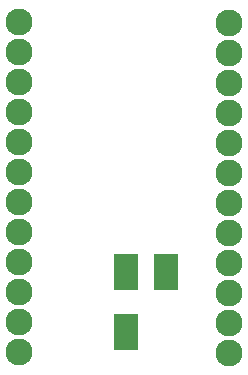
<source format=gbs>
G04 (created by PCBNEW (2013-jul-07)-stable) date Mon 28 Dec 2015 12:05:22 PM PST*
%MOIN*%
G04 Gerber Fmt 3.4, Leading zero omitted, Abs format*
%FSLAX34Y34*%
G01*
G70*
G90*
G04 APERTURE LIST*
%ADD10C,0.00393701*%
%ADD11R,0.078748X0.061748*%
%ADD12O,0.089748X0.089748*%
G04 APERTURE END LIST*
G54D10*
G54D11*
X59965Y-43884D03*
X59965Y-44484D03*
X58626Y-43884D03*
X58626Y-44484D03*
X58626Y-46492D03*
X58626Y-45892D03*
G54D12*
X55083Y-39873D03*
X55083Y-38873D03*
X55083Y-37873D03*
X55083Y-36873D03*
X55083Y-35873D03*
X62071Y-35877D03*
X62071Y-36877D03*
X62071Y-37877D03*
X62071Y-38877D03*
X62071Y-39877D03*
X62071Y-40877D03*
X62071Y-41877D03*
X62071Y-42877D03*
X62071Y-43877D03*
X62071Y-44877D03*
X62071Y-45877D03*
X62071Y-46877D03*
X55083Y-43869D03*
X55083Y-42869D03*
X55083Y-41869D03*
X55083Y-40869D03*
X55083Y-44873D03*
X55083Y-45873D03*
X55083Y-46873D03*
M02*

</source>
